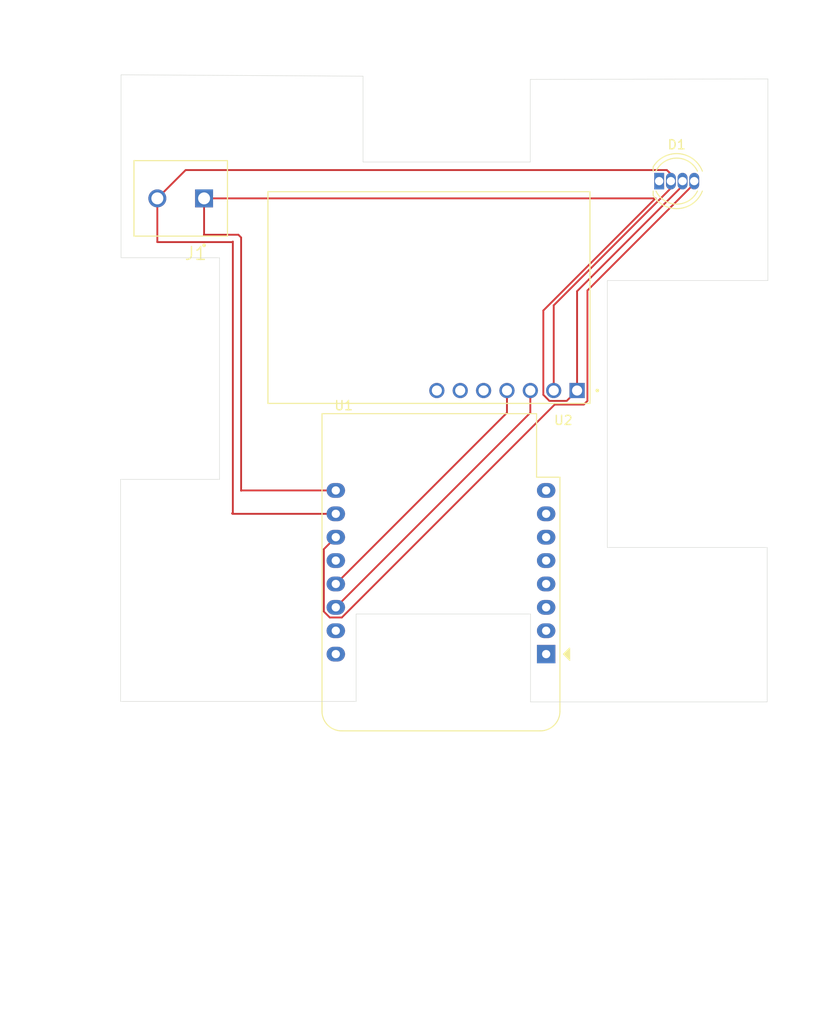
<source format=kicad_pcb>
(kicad_pcb (version 20241229) (generator "pcbnew") (generator_version "9.0")
  (layers (0 "F.Cu" signal) (2 "B.Cu" signal) (13 "F.Paste" user) (15 "B.Paste" user) (5 "F.SilkS" user "F.Silkscreen") (7 "B.SilkS" user "B.Silkscreen") (1 "F.Mask" user) (3 "B.Mask" user) (25 "Edge.Cuts" user))
  (net 0 "")
  (net 3 "Net-(D1-GND)")
  (net 17 "Net-(D1-DI)")
  (net 18 "Net-(D1-VDD)")
  (net 19 "Net-(U1-SDA{slash}D2)")
  (net 20 "Net-(U1-SCL{slash}D1)")
  (footprint "scd30:MODULE_SCD30" (layer "F.Cu") (at 149.2125 62.575 180)
    (property "Reference" "U2" (at -14.605 -13.335 0) (layer "F.SilkS"))
    (property "Value" "SCD30")
    (fp_line (start 17.5 11.5) (end -17.5 11.5) (stroke (width 0.127)) (layer "F.SilkS"))
    (fp_line (start 17.5 -11.5) (end 17.5 11.5) (stroke (width 0.127)) (layer "F.SilkS"))
    (fp_line (start -17.5 11.5) (end -17.5 -11.5) (stroke (width 0.127)) (layer "F.SilkS"))
    (fp_line (start -17.5 -11.5) (end 17.5 -11.5) (stroke (width 0.127)) (layer "F.SilkS"))
    (fp_circle (center -18.3 -10.1) (end -18.2 -10.1) (stroke (width 0.2)) (fill no) (layer "F.SilkS"))
    (pad "1" thru_hole rect (at -16.1 -10.1 180) (size 1.65 1.65) (drill 1.1) (layers "*.Cu" "*.Mask") (net 18 "Net-(D1-VDD)"))
    (pad "2" thru_hole circle (at -13.56 -10.1 180) (size 1.65 1.65) (drill 1.1) (layers "*.Cu" "*.Mask") (net 3 "Net-(D1-GND)"))
    (pad "3" thru_hole circle (at -11.02 -10.1 180) (size 1.65 1.65) (drill 1.1) (layers "*.Cu" "*.Mask") (net 20 "Net-(U1-SCL{slash}D1)"))
    (pad "4" thru_hole circle (at -8.48 -10.1 180) (size 1.65 1.65) (drill 1.1) (layers "*.Cu" "*.Mask") (net 19 "Net-(U1-SDA{slash}D2)"))
    (pad "5" thru_hole circle (at -5.94 -10.1 180) (size 1.65 1.65) (drill 1.1) (layers "*.Cu" "*.Mask"))
    (pad "6" thru_hole circle (at -3.4 -10.1 180) (size 1.65 1.65) (drill 1.1) (layers "*.Cu" "*.Mask"))
    (pad "7" thru_hole circle (at -0.86 -10.1 180) (size 1.65 1.65) (drill 1.1) (layers "*.Cu" "*.Mask"))
  )
  (footprint "RF_Module:WEMOS_D1_mini_light" (layer "F.Cu") (at 161.95 101.31 180)
    (property "Reference" "U1" (at 22 27 0) (layer "F.SilkS"))
    (property "Value" "WEMOS_D1_mini")
    (fp_line (start 24.36 26.12) (end 24.36 -6.21) (stroke (width 0.12)) (layer "F.SilkS"))
    (fp_line (start 22.24 -8.34) (end 0.63 -8.34) (stroke (width 0.12)) (layer "F.SilkS"))
    (fp_line (start 1.04 26.12) (end 24.36 26.12) (stroke (width 0.12)) (layer "F.SilkS"))
    (fp_line (start 1.04 19.22) (end 1.04 26.12) (stroke (width 0.12)) (layer "F.SilkS"))
    (fp_line (start -1.5 19.22) (end 1.04 19.22) (stroke (width 0.12)) (layer "F.SilkS"))
    (fp_line (start -1.5 19.22) (end -1.5 -6.21) (stroke (width 0.12)) (layer "F.SilkS"))
    (fp_arc (start 22.23 -8.34) (mid 23.736137 -7.716137) (end 24.36 -6.21) (stroke (width 0.12)) (layer "F.SilkS"))
    (fp_arc (start -1.5 -6.21) (mid -0.876137 -7.716137) (end 0.63 -8.34) (stroke (width 0.12)) (layer "F.SilkS"))
    (fp_poly (pts (xy -2.54 -0.635) (xy -2.54 0.635) (xy -1.905 0)) (stroke (width 0.15)) (fill yes) (layer "F.SilkS"))
    (pad "1" thru_hole rect (at 0 0 180) (size 2 2) (drill 0.9) (layers "*.Cu" "*.Mask"))
    (pad "2" thru_hole oval (at 0 2.54 180) (size 2 1.6) (drill 0.9) (layers "*.Cu" "*.Mask"))
    (pad "3" thru_hole oval (at 0 5.08 180) (size 2 1.6) (drill 0.9) (layers "*.Cu" "*.Mask"))
    (pad "4" thru_hole oval (at 0 7.62 180) (size 2 1.6) (drill 0.9) (layers "*.Cu" "*.Mask"))
    (pad "5" thru_hole oval (at 0 10.16 180) (size 2 1.6) (drill 0.9) (layers "*.Cu" "*.Mask"))
    (pad "6" thru_hole oval (at 0 12.7 180) (size 2 1.6) (drill 0.9) (layers "*.Cu" "*.Mask"))
    (pad "7" thru_hole oval (at 0 15.24 180) (size 2 1.6) (drill 0.9) (layers "*.Cu" "*.Mask"))
    (pad "8" thru_hole oval (at 0 17.78 180) (size 2 1.6) (drill 0.9) (layers "*.Cu" "*.Mask"))
    (pad "9" thru_hole oval (at 22.86 17.78 180) (size 2 1.6) (drill 0.9) (layers "*.Cu" "*.Mask") (net 18 "Net-(D1-VDD)"))
    (pad "10" thru_hole oval (at 22.86 15.24 180) (size 2 1.6) (drill 0.9) (layers "*.Cu" "*.Mask") (net 3 "Net-(D1-GND)"))
    (pad "11" thru_hole oval (at 22.86 12.7 180) (size 2 1.6) (drill 0.9) (layers "*.Cu" "*.Mask") (net 17 "Net-(D1-DI)"))
    (pad "12" thru_hole oval (at 22.86 10.16 180) (size 2 1.6) (drill 0.9) (layers "*.Cu" "*.Mask"))
    (pad "13" thru_hole oval (at 22.86 7.62 180) (size 2 1.6) (drill 0.9) (layers "*.Cu" "*.Mask") (net 19 "Net-(U1-SDA{slash}D2)"))
    (pad "14" thru_hole oval (at 22.86 5.08 180) (size 2 1.6) (drill 0.9) (layers "*.Cu" "*.Mask") (net 20 "Net-(U1-SCL{slash}D1)"))
    (pad "15" thru_hole oval (at 22.86 2.54 180) (size 2 1.6) (drill 0.9) (layers "*.Cu" "*.Mask"))
    (pad "16" thru_hole oval (at 22.86 0 180) (size 2 1.6) (drill 0.9) (layers "*.Cu" "*.Mask"))
  )
  (footprint "TB006-508-02BE:CUI_TB006-508-02BE" (layer "F.Cu") (at 124.775 51.8 180)
    (property "Reference" "J1" (at 0.905 -5.989 0) (layer "F.SilkS") (effects (font (size 1.4 1.4))))
    (property "Value" "TB006-508-02BE")
    (fp_line (start 7.62 4.1) (end -2.54 4.1) (stroke (width 0.127)) (layer "F.SilkS"))
    (fp_line (start 7.62 -4.1) (end 7.62 4.1) (stroke (width 0.127)) (layer "F.SilkS"))
    (fp_line (start -2.54 4.1) (end -2.54 -4.1) (stroke (width 0.127)) (layer "F.SilkS"))
    (fp_line (start -2.54 -4.1) (end 7.62 -4.1) (stroke (width 0.127)) (layer "F.SilkS"))
    (fp_circle (center 0 -5.1) (end 0.1 -5.1) (stroke (width 0.2)) (fill no) (layer "F.SilkS"))
    (pad "1" thru_hole rect (at 0 0 180) (size 1.95 1.95) (drill 1.3) (layers "*.Cu" "*.Mask") (net 18 "Net-(D1-VDD)"))
    (pad "2" thru_hole circle (at 5.08 0 180) (size 1.95 1.95) (drill 1.3) (layers "*.Cu" "*.Mask") (net 3 "Net-(D1-GND)"))
  )
  (footprint "LED_THT:LED_D5.0mm-4_RGB" (layer "F.Cu") (at 174.235 49.925)
    (property "Reference" "D1" (at 1.905 -3.96 0) (layer "F.SilkS"))
    (property "Value" "APA-106-F5")
    (fp_line (start -0.655 -1.545) (end -0.655 -1.08) (stroke (width 0.12)) (layer "F.SilkS"))
    (fp_line (start -0.655 1.08) (end -0.655 1.545) (stroke (width 0.12)) (layer "F.SilkS"))
    (fp_arc (start -0.655 -1.54483) (mid 2.163898 -2.97877) (end 4.693136 -1.08) (stroke (width 0.12)) (layer "F.SilkS"))
    (fp_arc (start -0.349684 -1.08) (mid 1.905 -2.5) (end 4.159684 -1.08) (stroke (width 0.12)) (layer "F.SilkS"))
    (fp_arc (start 4.159684 1.08) (mid 1.905 2.5) (end -0.349684 1.08) (stroke (width 0.12)) (layer "F.SilkS"))
    (fp_arc (start 4.693136 1.08) (mid 2.163898 2.97877) (end -0.655 1.54483) (stroke (width 0.12)) (layer "F.SilkS"))
    (pad "1" thru_hole rect (at 0 0) (size 1.07 1.8) (drill 0.9) (layers "*.Cu" "*.Mask"))
    (pad "2" thru_hole oval (at 1.27 0) (size 1.07 1.8) (drill 0.9) (layers "*.Cu" "*.Mask") (net 3 "Net-(D1-GND)"))
    (pad "3" thru_hole oval (at 2.54 0) (size 1.07 1.8) (drill 0.9) (layers "*.Cu" "*.Mask") (net 18 "Net-(D1-VDD)"))
    (pad "4" thru_hole oval (at 3.81 0) (size 1.07 1.8) (drill 0.9) (layers "*.Cu" "*.Mask") (net 17 "Net-(D1-DI)"))
  )
  (gr_line (start 141.3 106.45) (end 115.7 106.45) (stroke (width 0.05)) (layer "Edge.Cuts"))
  (gr_line (start 142.05 38.525) (end 142.05 47.85) (stroke (width 0.05)) (layer "Edge.Cuts"))
  (gr_line (start 160.225 47.85) (end 160.225 38.875) (stroke (width 0.05)) (layer "Edge.Cuts"))
  (gr_line (start 160.25 106.5) (end 160.25 96.95) (stroke (width 0.05)) (layer "Edge.Cuts"))
  (gr_line (start 115.7 82.325) (end 126.45 82.325) (stroke (width 0.05)) (layer "Edge.Cuts"))
  (gr_line (start 126.45 58.25) (end 115.75 58.25) (stroke (width 0.05)) (layer "Edge.Cuts"))
  (gr_line (start 115.75 58.25) (end 115.75 38.375) (stroke (width 0.05)) (layer "Edge.Cuts"))
  (gr_line (start 186.05 60.725) (end 168.6 60.725) (stroke (width 0.05)) (layer "Edge.Cuts"))
  (gr_line (start 115.75 38.375) (end 142.05 38.525) (stroke (width 0.05)) (layer "Edge.Cuts"))
  (gr_line (start 141.3 96.95) (end 141.3 106.45) (stroke (width 0.05)) (layer "Edge.Cuts"))
  (gr_line (start 160.225 38.875) (end 186.05 38.825) (stroke (width 0.05)) (layer "Edge.Cuts"))
  (gr_line (start 142.05 47.85) (end 160.225 47.85) (stroke (width 0.05)) (layer "Edge.Cuts"))
  (gr_line (start 160.25 96.95) (end 141.3 96.95) (stroke (width 0.05)) (layer "Edge.Cuts"))
  (gr_line (start 115.7 106.45) (end 115.7 82.325) (stroke (width 0.05)) (layer "Edge.Cuts"))
  (gr_line (start 126.45 82.325) (end 126.45 58.25) (stroke (width 0.05)) (layer "Edge.Cuts"))
  (gr_line (start 168.6 60.725) (end 168.6 89.725) (stroke (width 0.05)) (layer "Edge.Cuts"))
  (gr_line (start 185.975 106.5) (end 160.25 106.5) (stroke (width 0.05)) (layer "Edge.Cuts"))
  (gr_line (start 185.975 89.725) (end 185.975 106.5) (stroke (width 0.05)) (layer "Edge.Cuts"))
  (gr_line (start 168.6 89.725) (end 185.975 89.725) (stroke (width 0.05)) (layer "Edge.Cuts"))
  (gr_line (start 186.05 38.825) (end 186.05 60.725) (stroke (width 0.05)) (layer "Edge.Cuts"))
  (segment (start 175.505 49.925) (end 175.505 50.692) (width 0.2) (layer "F.Cu") (net 3))
  (segment (start 127.85 56.55) (end 127.9 56.5) (width 0.2) (layer "F.Cu") (net 3))
  (segment (start 119.695 51.8) (end 119.695 56.545) (width 0.2) (layer "F.Cu") (net 3))
  (segment (start 162.7725 63.4245) (end 162.7725 72.675) (width 0.2) (layer "F.Cu") (net 3))
  (segment (start 127.87 86.07) (end 139.09 86.07) (width 0.2) (layer "F.Cu") (net 3))
  (segment (start 175.505 50.692) (end 162.7725 63.4245) (width 0.2) (layer "F.Cu") (net 3))
  (segment (start 127.825 86.025) (end 127.87 86.07) (width 0.2) (layer "F.Cu") (net 3))
  (segment (start 175.505 49.925) (end 175.505 49.158) (width 0.2) (layer "F.Cu") (net 3))
  (segment (start 175.071 48.724) (end 122.771 48.724) (width 0.2) (layer "F.Cu") (net 3))
  (segment (start 119.695 56.545) (end 119.7 56.55) (width 0.2) (layer "F.Cu") (net 3))
  (segment (start 127.9 56.5) (end 127.9 85.95) (width 0.2) (layer "F.Cu") (net 3))
  (segment (start 119.7 56.55) (end 127.85 56.55) (width 0.2) (layer "F.Cu") (net 3))
  (segment (start 127.9 85.95) (end 127.825 86.025) (width 0.2) (layer "F.Cu") (net 3))
  (segment (start 122.771 48.724) (end 119.695 51.8) (width 0.2) (layer "F.Cu") (net 3))
  (segment (start 175.505 49.158) (end 175.071 48.724) (width 0.2) (layer "F.Cu") (net 3))
  (segment (start 139.746049 97.331) (end 162.875049 74.202) (width 0.2) (layer "F.Cu") (net 17))
  (segment (start 139.09 88.61) (end 137.789 89.911) (width 0.2) (layer "F.Cu") (net 17))
  (segment (start 137.789 96.686049) (end 138.433951 97.331) (width 0.2) (layer "F.Cu") (net 17))
  (segment (start 166.4385 73.801) (end 166.4385 61.808783) (width 0.2) (layer "F.Cu") (net 17))
  (segment (start 137.789 89.911) (end 137.789 96.686049) (width 0.2) (layer "F.Cu") (net 17))
  (segment (start 178.045 50.202283) (end 178.045 49.925) (width 0.2) (layer "F.Cu") (net 17))
  (segment (start 166.4385 61.808783) (end 178.045 50.202283) (width 0.2) (layer "F.Cu") (net 17))
  (segment (start 166.0375 74.202) (end 166.4385 73.801) (width 0.2) (layer "F.Cu") (net 17))
  (segment (start 162.875049 74.202) (end 166.0375 74.202) (width 0.2) (layer "F.Cu") (net 17))
  (segment (start 138.433951 97.331) (end 139.746049 97.331) (width 0.2) (layer "F.Cu") (net 17))
  (segment (start 162.306095 73.801) (end 164.1865 73.801) (width 0.2) (layer "F.Cu") (net 18))
  (segment (start 124.75 55.75) (end 128.5 55.75) (width 0.2) (layer "F.Cu") (net 18))
  (segment (start 173.8299 51.8) (end 161.6465 63.9834) (width 0.2) (layer "F.Cu") (net 18))
  (segment (start 161.6465 73.141405) (end 162.306095 73.801) (width 0.2) (layer "F.Cu") (net 18))
  (segment (start 124.775 51.8) (end 173.8299 51.8) (width 0.2) (layer "F.Cu") (net 18))
  (segment (start 128.82 83.53) (end 139.09 83.53) (width 0.2) (layer "F.Cu") (net 18))
  (segment (start 128.8 56.05) (end 128.8 83.55) (width 0.2) (layer "F.Cu") (net 18))
  (segment (start 176.775 50.425) (end 165.3125 61.8875) (width 0.2) (layer "F.Cu") (net 18))
  (segment (start 161.6465 63.9834) (end 161.6465 73.141405) (width 0.2) (layer "F.Cu") (net 18))
  (segment (start 164.1865 73.801) (end 165.3125 72.675) (width 0.2) (layer "F.Cu") (net 18))
  (segment (start 124.775 55.725) (end 124.75 55.75) (width 0.2) (layer "F.Cu") (net 18))
  (segment (start 128.8 83.55) (end 128.82 83.53) (width 0.2) (layer "F.Cu") (net 18))
  (segment (start 165.3125 61.8875) (end 165.3125 72.675) (width 0.2) (layer "F.Cu") (net 18))
  (segment (start 124.775 51.8) (end 124.775 55.725) (width 0.2) (layer "F.Cu") (net 18))
  (segment (start 176.775 49.925) (end 176.775 50.425) (width 0.2) (layer "F.Cu") (net 18))
  (segment (start 128.5 55.75) (end 128.8 56.05) (width 0.2) (layer "F.Cu") (net 18))
  (segment (start 157.6925 75.0875) (end 139.09 93.69) (width 0.2) (layer "F.Cu") (net 19))
  (segment (start 157.6925 72.675) (end 157.6925 75.0875) (width 0.2) (layer "F.Cu") (net 19))
  (segment (start 160.2325 75.0875) (end 139.09 96.23) (width 0.2) (layer "F.Cu") (net 20))
  (segment (start 160.2325 72.675) (end 160.2325 75.0875) (width 0.2) (layer "F.Cu") (net 20))
)
</source>
